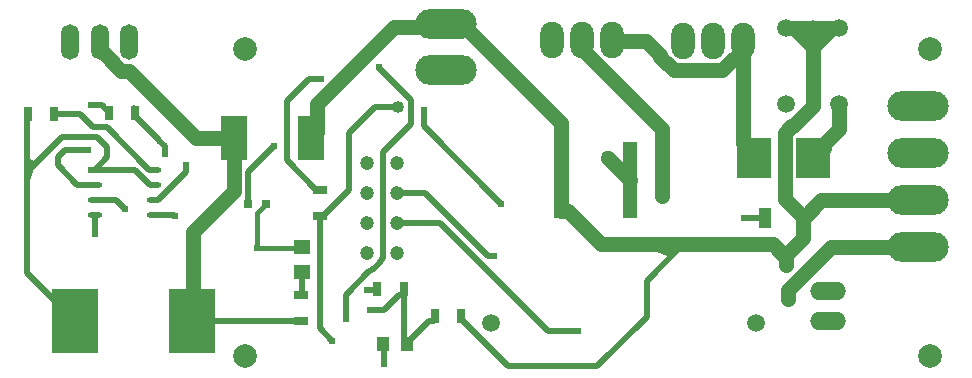
<source format=gtl>
G04*
G04 #@! TF.GenerationSoftware,Altium Limited,Altium Designer,21.6.1 (37)*
G04*
G04 Layer_Physical_Order=1*
G04 Layer_Color=255*
%FSLAX23Y23*%
%MOIN*%
G70*
G04*
G04 #@! TF.SameCoordinates,0FF5D6F2-8617-485F-BAA8-9F26F2E2BD2E*
G04*
G04*
G04 #@! TF.FilePolarity,Positive*
G04*
G01*
G75*
%ADD10C,0.015*%
%ADD15C,0.010*%
%ADD17R,0.118X0.138*%
%ADD18R,0.152X0.217*%
%ADD19R,0.089X0.149*%
%ADD20R,0.050X0.256*%
%ADD21R,0.047X0.020*%
%ADD22O,0.047X0.020*%
%ADD23R,0.028X0.051*%
%ADD24R,0.051X0.028*%
%ADD25R,0.039X0.067*%
%ADD26R,0.031X0.028*%
%ADD27R,0.053X0.047*%
%ADD28R,0.039X0.047*%
%ADD50C,0.010*%
%ADD51C,0.020*%
%ADD52C,0.050*%
%ADD53O,0.205X0.100*%
%ADD54C,0.047*%
%ADD55C,0.079*%
%ADD56C,0.059*%
%ADD57O,0.060X0.118*%
%ADD58O,0.120X0.060*%
%ADD59O,0.079X0.122*%
%ADD60C,0.050*%
%ADD61C,0.024*%
%ADD62C,0.040*%
G36*
X162Y800D02*
X148Y806D01*
X128Y762D01*
D01*
X148Y738D01*
X162Y772D01*
Y800D01*
D02*
G37*
G36*
X2327Y548D02*
D01*
X2238Y498D01*
X2273Y483D01*
X2334Y516D01*
X2327Y498D01*
X2327Y548D01*
D02*
G37*
G36*
X2759Y1270D02*
D01*
X2684Y1220D01*
X2734Y1170D01*
X2784D01*
X2834Y1220D01*
X2759Y1270D01*
D02*
G37*
D10*
X907Y510D02*
Y628D01*
X930Y651D01*
X907Y510D02*
X1039D01*
X1049Y520D01*
X930Y651D02*
X937Y657D01*
X2074Y811D02*
X2076D01*
X1049Y520D02*
X1055Y514D01*
D15*
X1279Y432D02*
X1288Y437D01*
X1313Y1111D02*
Y1113D01*
X1587Y272D02*
Y283D01*
X1394Y362D02*
Y368D01*
X1385Y353D02*
X1394Y362D01*
X1379Y353D02*
X1385D01*
X561Y621D02*
X563Y620D01*
X629D02*
X631Y618D01*
X547Y771D02*
X561D01*
X1102Y705D02*
X1114D01*
D17*
X2760Y811D02*
D03*
X2563D02*
D03*
D18*
X690Y267D02*
D03*
X298D02*
D03*
D19*
X1085Y878D02*
D03*
X829D02*
D03*
D20*
X2150Y736D02*
D03*
X1920D02*
D03*
D21*
X364Y771D02*
D03*
D22*
Y721D02*
D03*
Y671D02*
D03*
Y621D02*
D03*
X561Y771D02*
D03*
Y721D02*
D03*
Y671D02*
D03*
Y621D02*
D03*
D23*
X500Y961D02*
D03*
X413D02*
D03*
X142Y957D02*
D03*
X228D02*
D03*
X1587Y283D02*
D03*
X1500D02*
D03*
X1307Y374D02*
D03*
X1394D02*
D03*
D24*
X1114Y618D02*
D03*
Y705D02*
D03*
X1051Y354D02*
D03*
Y268D02*
D03*
D25*
X2724Y610D02*
D03*
X2598D02*
D03*
D26*
X874Y657D02*
D03*
X937D02*
D03*
D27*
X1055Y431D02*
D03*
Y514D02*
D03*
D28*
X1327Y189D02*
D03*
X1406D02*
D03*
D50*
X1279Y432D02*
D03*
D51*
X1288Y437D02*
G03*
X1324Y476I-54J86D01*
G01*
X875Y765D02*
X961Y850D01*
X874Y660D02*
X875Y661D01*
Y765D01*
X874Y657D02*
Y660D01*
X360Y913D02*
X406D01*
X547Y771D01*
X138Y427D02*
Y762D01*
Y427D02*
X298Y267D01*
X138Y762D02*
X257Y881D01*
X372D01*
X138Y762D02*
Y886D01*
Y929D01*
X1004Y999D02*
X1079Y1074D01*
X1118D01*
X1324Y476D02*
Y829D01*
X1201Y353D02*
X1279Y432D01*
X1201Y272D02*
Y353D01*
X1298Y979D02*
X1374D01*
X1004Y803D02*
X1102Y705D01*
X1004Y803D02*
Y999D01*
X1273Y369D02*
X1303D01*
X1307Y373D01*
X1420Y925D02*
Y1004D01*
X1324Y829D02*
X1420Y925D01*
X1313Y1111D02*
X1420Y1004D01*
X1462Y916D02*
Y970D01*
Y916D02*
X1720Y657D01*
X1330Y304D02*
X1379Y353D01*
X372Y881D02*
X406Y846D01*
X317Y957D02*
X360Y913D01*
X2530Y609D02*
X2598D01*
X1328Y125D02*
Y189D01*
X366Y558D02*
Y621D01*
X388Y986D02*
X413Y961D01*
X353Y986D02*
X388D01*
X228Y957D02*
X317D01*
X406Y814D02*
Y846D01*
X364Y771D02*
X406Y814D01*
X307Y721D02*
X364D01*
X241Y787D02*
X307Y721D01*
X241Y787D02*
Y813D01*
X264Y836D01*
X343D01*
X496Y976D02*
X500Y972D01*
Y961D02*
Y972D01*
X598Y824D02*
Y849D01*
X580Y868D02*
X598Y849D01*
X580Y868D02*
Y869D01*
X500Y949D02*
X580Y869D01*
X500Y949D02*
Y961D01*
X691Y268D02*
X1051D01*
X690Y267D02*
X691Y268D01*
X1675Y482D02*
X1694D01*
X1466Y692D02*
X1675Y482D01*
X1587Y272D02*
X1741Y117D01*
X2039D01*
X2204Y281D01*
X1874Y233D02*
X1977D01*
X2204Y281D02*
Y400D01*
X2327Y523D01*
X1373Y592D02*
X1516D01*
X1874Y233D01*
X1213Y893D02*
X1298Y979D01*
X1213Y705D02*
Y893D01*
X1282Y304D02*
X1330D01*
X563Y620D02*
X629D01*
X498Y771D02*
X548Y721D01*
X561D01*
X364Y771D02*
X498D01*
X561Y671D02*
X575D01*
X669Y765D01*
Y787D01*
X669Y787D01*
X138Y953D02*
X142Y957D01*
X138Y929D02*
X138Y930D01*
Y953D01*
X1051Y354D02*
X1051D01*
X1055Y358D01*
Y431D01*
X1051Y354D02*
X1063D01*
X1394Y205D02*
Y362D01*
X1114Y244D02*
X1157Y201D01*
X1114Y244D02*
Y618D01*
X1126D02*
X1213Y705D01*
X1114Y618D02*
X1126D01*
X364Y671D02*
X435D01*
X467Y640D01*
X1373Y692D02*
X1466D01*
X1406Y189D02*
Y193D01*
X1480Y268D01*
X1496D01*
X1500Y272D01*
Y283D01*
X1394Y205D02*
X1406Y193D01*
X1327Y189D02*
Y193D01*
D52*
X828Y877D02*
X829Y878D01*
X691Y562D02*
X828Y700D01*
Y877D01*
X2676Y339D02*
Y370D01*
X2820Y514D02*
X3110D01*
X2676Y370D02*
X2820Y514D01*
X2624Y523D02*
X2660Y487D01*
X2668D01*
X2327Y523D02*
X2624D01*
X2668Y453D02*
Y487D01*
X2724Y543D01*
Y607D01*
X1085Y878D02*
X1104Y897D01*
Y991D01*
X1361Y1248D01*
X2724Y607D02*
X2787Y670D01*
X1920Y633D02*
X1942D01*
X2787Y670D02*
X3110D01*
X2076Y811D02*
X2150Y736D01*
X691Y268D02*
Y562D01*
X1590Y1258D02*
X1920Y927D01*
X1537Y1258D02*
X1590D01*
X1920Y736D02*
Y927D01*
Y633D02*
Y736D01*
X2052Y523D02*
X2327D01*
X2724Y607D02*
Y610D01*
X2664Y674D02*
Y895D01*
Y674D02*
X2724Y613D01*
Y610D02*
Y613D01*
X1942Y633D02*
X2052Y523D01*
X2846Y988D02*
X2847Y989D01*
X2846Y907D02*
Y988D01*
X2759Y1245D02*
X2847D01*
X2670D02*
X2759D01*
X2664Y895D02*
X2686Y917D01*
X2692D01*
X2759Y984D01*
Y1245D01*
X2760Y821D02*
X2846Y907D01*
X1361Y1248D02*
X1528D01*
X701Y878D02*
X829D01*
X478Y1101D02*
X701Y878D01*
X453Y1101D02*
X478D01*
X382Y1171D02*
Y1197D01*
Y1171D02*
X390Y1163D01*
X391D01*
X453Y1101D01*
X2760Y811D02*
Y821D01*
X2256Y685D02*
Y908D01*
X1988Y1175D02*
X2256Y908D01*
X1988Y1175D02*
Y1205D01*
X2760Y811D02*
X2794Y845D01*
X2525Y1171D02*
Y1201D01*
Y859D02*
Y1171D01*
Y859D02*
X2563Y821D01*
Y811D02*
Y821D01*
X2248Y1148D02*
Y1155D01*
X2203Y1201D02*
X2248Y1155D01*
X2457Y1103D02*
X2525Y1171D01*
X2092Y1201D02*
X2203D01*
X2294Y1103D02*
X2457D01*
X2088Y1205D02*
X2092Y1201D01*
X2248Y1148D02*
X2294Y1103D01*
D53*
X3110Y982D02*
D03*
Y826D02*
D03*
Y514D02*
D03*
Y670D02*
D03*
X1537Y1102D02*
D03*
Y1258D02*
D03*
D54*
X1273Y492D02*
D03*
Y592D02*
D03*
Y692D02*
D03*
Y792D02*
D03*
X1373Y492D02*
D03*
Y592D02*
D03*
Y692D02*
D03*
Y792D02*
D03*
D55*
X3150Y1173D02*
D03*
Y150D02*
D03*
X866Y1173D02*
D03*
Y150D02*
D03*
D56*
X1684Y260D02*
D03*
X2570D02*
D03*
X2670Y989D02*
D03*
Y1245D02*
D03*
X2847Y989D02*
D03*
Y1245D02*
D03*
D57*
X382Y1197D02*
D03*
X283D02*
D03*
X480D02*
D03*
D58*
X2810Y267D02*
D03*
Y367D02*
D03*
D59*
X2525Y1201D02*
D03*
X2325D02*
D03*
X2425D02*
D03*
X2088Y1205D02*
D03*
X1888D02*
D03*
X1988D02*
D03*
D60*
X2668Y453D02*
D03*
X2676Y339D02*
D03*
X2074Y811D02*
D03*
X2256Y685D02*
D03*
D61*
X1201Y272D02*
D03*
X907Y510D02*
D03*
X1273Y369D02*
D03*
X1462Y970D02*
D03*
X2530Y609D02*
D03*
X1328Y125D02*
D03*
X366Y558D02*
D03*
X353Y986D02*
D03*
X343Y836D02*
D03*
X598Y824D02*
D03*
X1694Y482D02*
D03*
X1977Y233D02*
D03*
X1118Y1074D02*
D03*
X1282Y304D02*
D03*
X631Y618D02*
D03*
X138Y886D02*
D03*
X669Y787D02*
D03*
X1313Y1113D02*
D03*
X1157Y201D02*
D03*
X467Y640D02*
D03*
X1720Y657D02*
D03*
X961Y850D02*
D03*
D62*
X1374Y979D02*
D03*
M02*

</source>
